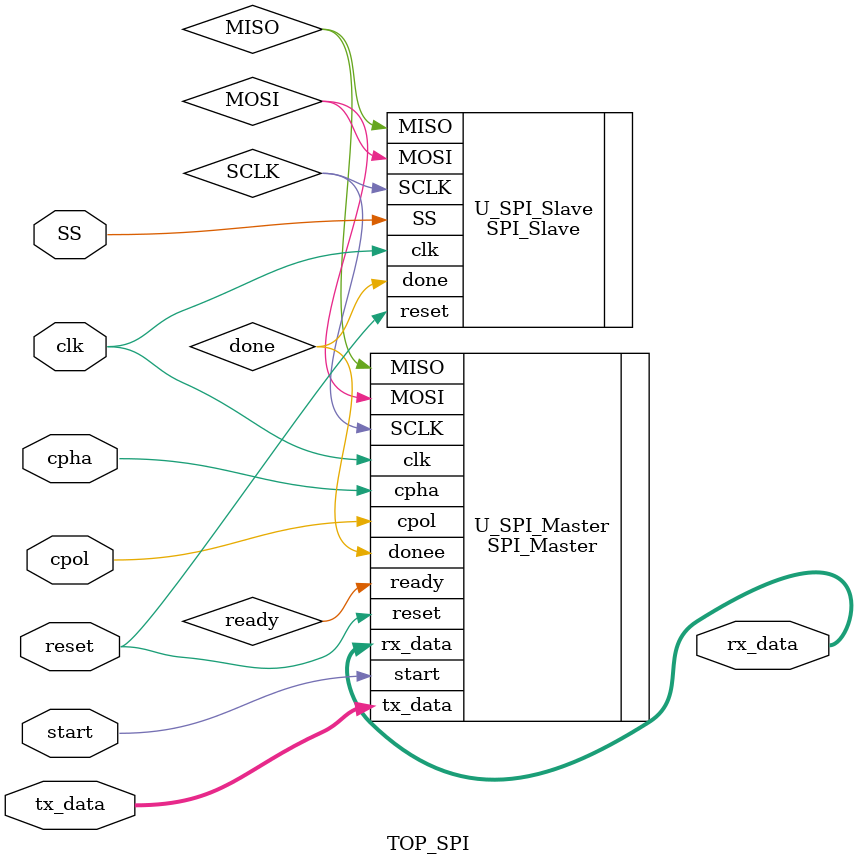
<source format=v>
`timescale 1ns / 1ps

module TOP_SPI(
    // global signals
    input            clk,
    input            reset,
    // internal signals
    input            cpol,
    input            cpha,
    input            start,
    input            SS,
    input      [7:0] tx_data,
    output     [7:0] rx_data
    );
    wire done;
    wire ready;
    wire SCLK;
    wire MOSI;
    wire MISO;

    SPI_Master U_SPI_Master(
        .clk(clk),
        .reset(reset),
        .cpol(cpol),
        .cpha(cpha),
        .start(start),
        .tx_data(tx_data),
        .rx_data(rx_data),
        .donee(done),
        .ready(ready),
        .SCLK(SCLK),
        .MOSI(MOSI),
        .MISO(MISO)
    );

    SPI_Slave U_SPI_Slave(
        .clk(clk),
        .reset(reset),
        .SCLK(SCLK),
        .MOSI(MOSI),
        .MISO(MISO),
        .SS(SS),
        .done(done)
    );
endmodule

</source>
